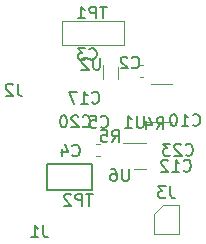
<source format=gbr>
G04 #@! TF.GenerationSoftware,KiCad,Pcbnew,(5.1.5-0-10_14)*
G04 #@! TF.CreationDate,2021-05-03T17:37:28-04:00*
G04 #@! TF.ProjectId,ESLO_RB2,45534c4f-5f52-4423-922e-6b696361645f,rev?*
G04 #@! TF.SameCoordinates,Original*
G04 #@! TF.FileFunction,Legend,Bot*
G04 #@! TF.FilePolarity,Positive*
%FSLAX46Y46*%
G04 Gerber Fmt 4.6, Leading zero omitted, Abs format (unit mm)*
G04 Created by KiCad (PCBNEW (5.1.5-0-10_14)) date 2021-05-03 17:37:28*
%MOMM*%
%LPD*%
G04 APERTURE LIST*
%ADD10C,0.120000*%
%ADD11C,0.150000*%
G04 APERTURE END LIST*
D10*
X222950000Y-92800000D02*
X221650000Y-92800000D01*
X222950000Y-95300000D02*
X222950000Y-92800000D01*
X220850000Y-95300000D02*
X222950000Y-95300000D01*
X220850000Y-93600000D02*
X220850000Y-95300000D01*
X221650000Y-92800000D02*
X220850000Y-93600000D01*
X222400000Y-85810000D02*
X219950000Y-85810000D01*
X220600000Y-82590000D02*
X222400000Y-82590000D01*
X217830000Y-81170000D02*
X217830000Y-82170000D01*
X216570000Y-81010000D02*
X216570000Y-82170000D01*
D11*
X211800000Y-89350000D02*
X211800000Y-91550000D01*
X215600000Y-89350000D02*
X211800000Y-89350000D01*
X215600000Y-91550000D02*
X215600000Y-89350000D01*
X211800000Y-91550000D02*
X215600000Y-91550000D01*
D10*
X218300000Y-79300000D02*
X213100000Y-79300000D01*
X218300000Y-77300000D02*
X218300000Y-79300000D01*
X213100000Y-77300000D02*
X218300000Y-77300000D01*
X213100000Y-79300000D02*
X213100000Y-77300000D01*
X218200000Y-87590000D02*
X220200000Y-87590000D01*
X219200000Y-89810000D02*
X220200000Y-89810000D01*
X216275279Y-88710000D02*
X215949721Y-88710000D01*
X216275279Y-87690000D02*
X215949721Y-87690000D01*
X219962779Y-82010000D02*
X219637221Y-82010000D01*
X219962779Y-80990000D02*
X219637221Y-80990000D01*
D11*
X211483333Y-94572380D02*
X211483333Y-95286666D01*
X211530952Y-95429523D01*
X211626190Y-95524761D01*
X211769047Y-95572380D01*
X211864285Y-95572380D01*
X210483333Y-95572380D02*
X211054761Y-95572380D01*
X210769047Y-95572380D02*
X210769047Y-94572380D01*
X210864285Y-94715238D01*
X210959523Y-94810476D01*
X211054761Y-94858095D01*
X209313333Y-82572380D02*
X209313333Y-83286666D01*
X209360952Y-83429523D01*
X209456190Y-83524761D01*
X209599047Y-83572380D01*
X209694285Y-83572380D01*
X208884761Y-82667619D02*
X208837142Y-82620000D01*
X208741904Y-82572380D01*
X208503809Y-82572380D01*
X208408571Y-82620000D01*
X208360952Y-82667619D01*
X208313333Y-82762857D01*
X208313333Y-82858095D01*
X208360952Y-83000952D01*
X208932380Y-83572380D01*
X208313333Y-83572380D01*
X222233333Y-91252380D02*
X222233333Y-91966666D01*
X222280952Y-92109523D01*
X222376190Y-92204761D01*
X222519047Y-92252380D01*
X222614285Y-92252380D01*
X221852380Y-91252380D02*
X221233333Y-91252380D01*
X221566666Y-91633333D01*
X221423809Y-91633333D01*
X221328571Y-91680952D01*
X221280952Y-91728571D01*
X221233333Y-91823809D01*
X221233333Y-92061904D01*
X221280952Y-92157142D01*
X221328571Y-92204761D01*
X221423809Y-92252380D01*
X221709523Y-92252380D01*
X221804761Y-92204761D01*
X221852380Y-92157142D01*
X219981904Y-85292380D02*
X219981904Y-86101904D01*
X219934285Y-86197142D01*
X219886666Y-86244761D01*
X219791428Y-86292380D01*
X219600952Y-86292380D01*
X219505714Y-86244761D01*
X219458095Y-86197142D01*
X219410476Y-86101904D01*
X219410476Y-85292380D01*
X218410476Y-86292380D02*
X218981904Y-86292380D01*
X218696190Y-86292380D02*
X218696190Y-85292380D01*
X218791428Y-85435238D01*
X218886666Y-85530476D01*
X218981904Y-85578095D01*
X216291904Y-80382380D02*
X216291904Y-81191904D01*
X216244285Y-81287142D01*
X216196666Y-81334761D01*
X216101428Y-81382380D01*
X215910952Y-81382380D01*
X215815714Y-81334761D01*
X215768095Y-81287142D01*
X215720476Y-81191904D01*
X215720476Y-80382380D01*
X215291904Y-80477619D02*
X215244285Y-80430000D01*
X215149047Y-80382380D01*
X214910952Y-80382380D01*
X214815714Y-80430000D01*
X214768095Y-80477619D01*
X214720476Y-80572857D01*
X214720476Y-80668095D01*
X214768095Y-80810952D01*
X215339523Y-81382380D01*
X214720476Y-81382380D01*
X215376666Y-80467142D02*
X215424285Y-80514761D01*
X215567142Y-80562380D01*
X215662380Y-80562380D01*
X215805238Y-80514761D01*
X215900476Y-80419523D01*
X215948095Y-80324285D01*
X215995714Y-80133809D01*
X215995714Y-79990952D01*
X215948095Y-79800476D01*
X215900476Y-79705238D01*
X215805238Y-79610000D01*
X215662380Y-79562380D01*
X215567142Y-79562380D01*
X215424285Y-79610000D01*
X215376666Y-79657619D01*
X215043333Y-79562380D02*
X214424285Y-79562380D01*
X214757619Y-79943333D01*
X214614761Y-79943333D01*
X214519523Y-79990952D01*
X214471904Y-80038571D01*
X214424285Y-80133809D01*
X214424285Y-80371904D01*
X214471904Y-80467142D01*
X214519523Y-80514761D01*
X214614761Y-80562380D01*
X214900476Y-80562380D01*
X214995714Y-80514761D01*
X215043333Y-80467142D01*
X215681904Y-91882380D02*
X215110476Y-91882380D01*
X215396190Y-92882380D02*
X215396190Y-91882380D01*
X214777142Y-92882380D02*
X214777142Y-91882380D01*
X214396190Y-91882380D01*
X214300952Y-91930000D01*
X214253333Y-91977619D01*
X214205714Y-92072857D01*
X214205714Y-92215714D01*
X214253333Y-92310952D01*
X214300952Y-92358571D01*
X214396190Y-92406190D01*
X214777142Y-92406190D01*
X213824761Y-91977619D02*
X213777142Y-91930000D01*
X213681904Y-91882380D01*
X213443809Y-91882380D01*
X213348571Y-91930000D01*
X213300952Y-91977619D01*
X213253333Y-92072857D01*
X213253333Y-92168095D01*
X213300952Y-92310952D01*
X213872380Y-92882380D01*
X213253333Y-92882380D01*
X216841904Y-76032380D02*
X216270476Y-76032380D01*
X216556190Y-77032380D02*
X216556190Y-76032380D01*
X215937142Y-77032380D02*
X215937142Y-76032380D01*
X215556190Y-76032380D01*
X215460952Y-76080000D01*
X215413333Y-76127619D01*
X215365714Y-76222857D01*
X215365714Y-76365714D01*
X215413333Y-76460952D01*
X215460952Y-76508571D01*
X215556190Y-76556190D01*
X215937142Y-76556190D01*
X214413333Y-77032380D02*
X214984761Y-77032380D01*
X214699047Y-77032380D02*
X214699047Y-76032380D01*
X214794285Y-76175238D01*
X214889523Y-76270476D01*
X214984761Y-76318095D01*
X218731904Y-89802380D02*
X218731904Y-90611904D01*
X218684285Y-90707142D01*
X218636666Y-90754761D01*
X218541428Y-90802380D01*
X218350952Y-90802380D01*
X218255714Y-90754761D01*
X218208095Y-90707142D01*
X218160476Y-90611904D01*
X218160476Y-89802380D01*
X217255714Y-89802380D02*
X217446190Y-89802380D01*
X217541428Y-89850000D01*
X217589047Y-89897619D01*
X217684285Y-90040476D01*
X217731904Y-90230952D01*
X217731904Y-90611904D01*
X217684285Y-90707142D01*
X217636666Y-90754761D01*
X217541428Y-90802380D01*
X217350952Y-90802380D01*
X217255714Y-90754761D01*
X217208095Y-90707142D01*
X217160476Y-90611904D01*
X217160476Y-90373809D01*
X217208095Y-90278571D01*
X217255714Y-90230952D01*
X217350952Y-90183333D01*
X217541428Y-90183333D01*
X217636666Y-90230952D01*
X217684285Y-90278571D01*
X217731904Y-90373809D01*
X217286666Y-87492380D02*
X217620000Y-87016190D01*
X217858095Y-87492380D02*
X217858095Y-86492380D01*
X217477142Y-86492380D01*
X217381904Y-86540000D01*
X217334285Y-86587619D01*
X217286666Y-86682857D01*
X217286666Y-86825714D01*
X217334285Y-86920952D01*
X217381904Y-86968571D01*
X217477142Y-87016190D01*
X217858095Y-87016190D01*
X216381904Y-86492380D02*
X216858095Y-86492380D01*
X216905714Y-86968571D01*
X216858095Y-86920952D01*
X216762857Y-86873333D01*
X216524761Y-86873333D01*
X216429523Y-86920952D01*
X216381904Y-86968571D01*
X216334285Y-87063809D01*
X216334285Y-87301904D01*
X216381904Y-87397142D01*
X216429523Y-87444761D01*
X216524761Y-87492380D01*
X216762857Y-87492380D01*
X216858095Y-87444761D01*
X216905714Y-87397142D01*
X221076666Y-86422380D02*
X221410000Y-85946190D01*
X221648095Y-86422380D02*
X221648095Y-85422380D01*
X221267142Y-85422380D01*
X221171904Y-85470000D01*
X221124285Y-85517619D01*
X221076666Y-85612857D01*
X221076666Y-85755714D01*
X221124285Y-85850952D01*
X221171904Y-85898571D01*
X221267142Y-85946190D01*
X221648095Y-85946190D01*
X220219523Y-85755714D02*
X220219523Y-86422380D01*
X220457619Y-85374761D02*
X220695714Y-86089047D01*
X220076666Y-86089047D01*
X223532857Y-88567142D02*
X223580476Y-88614761D01*
X223723333Y-88662380D01*
X223818571Y-88662380D01*
X223961428Y-88614761D01*
X224056666Y-88519523D01*
X224104285Y-88424285D01*
X224151904Y-88233809D01*
X224151904Y-88090952D01*
X224104285Y-87900476D01*
X224056666Y-87805238D01*
X223961428Y-87710000D01*
X223818571Y-87662380D01*
X223723333Y-87662380D01*
X223580476Y-87710000D01*
X223532857Y-87757619D01*
X223151904Y-87757619D02*
X223104285Y-87710000D01*
X223009047Y-87662380D01*
X222770952Y-87662380D01*
X222675714Y-87710000D01*
X222628095Y-87757619D01*
X222580476Y-87852857D01*
X222580476Y-87948095D01*
X222628095Y-88090952D01*
X223199523Y-88662380D01*
X222580476Y-88662380D01*
X222247142Y-87662380D02*
X221628095Y-87662380D01*
X221961428Y-88043333D01*
X221818571Y-88043333D01*
X221723333Y-88090952D01*
X221675714Y-88138571D01*
X221628095Y-88233809D01*
X221628095Y-88471904D01*
X221675714Y-88567142D01*
X221723333Y-88614761D01*
X221818571Y-88662380D01*
X222104285Y-88662380D01*
X222199523Y-88614761D01*
X222247142Y-88567142D01*
X214822857Y-86157142D02*
X214870476Y-86204761D01*
X215013333Y-86252380D01*
X215108571Y-86252380D01*
X215251428Y-86204761D01*
X215346666Y-86109523D01*
X215394285Y-86014285D01*
X215441904Y-85823809D01*
X215441904Y-85680952D01*
X215394285Y-85490476D01*
X215346666Y-85395238D01*
X215251428Y-85300000D01*
X215108571Y-85252380D01*
X215013333Y-85252380D01*
X214870476Y-85300000D01*
X214822857Y-85347619D01*
X214441904Y-85347619D02*
X214394285Y-85300000D01*
X214299047Y-85252380D01*
X214060952Y-85252380D01*
X213965714Y-85300000D01*
X213918095Y-85347619D01*
X213870476Y-85442857D01*
X213870476Y-85538095D01*
X213918095Y-85680952D01*
X214489523Y-86252380D01*
X213870476Y-86252380D01*
X213251428Y-85252380D02*
X213156190Y-85252380D01*
X213060952Y-85300000D01*
X213013333Y-85347619D01*
X212965714Y-85442857D01*
X212918095Y-85633333D01*
X212918095Y-85871428D01*
X212965714Y-86061904D01*
X213013333Y-86157142D01*
X213060952Y-86204761D01*
X213156190Y-86252380D01*
X213251428Y-86252380D01*
X213346666Y-86204761D01*
X213394285Y-86157142D01*
X213441904Y-86061904D01*
X213489523Y-85871428D01*
X213489523Y-85633333D01*
X213441904Y-85442857D01*
X213394285Y-85347619D01*
X213346666Y-85300000D01*
X213251428Y-85252380D01*
X215612857Y-84157142D02*
X215660476Y-84204761D01*
X215803333Y-84252380D01*
X215898571Y-84252380D01*
X216041428Y-84204761D01*
X216136666Y-84109523D01*
X216184285Y-84014285D01*
X216231904Y-83823809D01*
X216231904Y-83680952D01*
X216184285Y-83490476D01*
X216136666Y-83395238D01*
X216041428Y-83300000D01*
X215898571Y-83252380D01*
X215803333Y-83252380D01*
X215660476Y-83300000D01*
X215612857Y-83347619D01*
X214660476Y-84252380D02*
X215231904Y-84252380D01*
X214946190Y-84252380D02*
X214946190Y-83252380D01*
X215041428Y-83395238D01*
X215136666Y-83490476D01*
X215231904Y-83538095D01*
X214327142Y-83252380D02*
X213660476Y-83252380D01*
X214089047Y-84252380D01*
X223372857Y-89907142D02*
X223420476Y-89954761D01*
X223563333Y-90002380D01*
X223658571Y-90002380D01*
X223801428Y-89954761D01*
X223896666Y-89859523D01*
X223944285Y-89764285D01*
X223991904Y-89573809D01*
X223991904Y-89430952D01*
X223944285Y-89240476D01*
X223896666Y-89145238D01*
X223801428Y-89050000D01*
X223658571Y-89002380D01*
X223563333Y-89002380D01*
X223420476Y-89050000D01*
X223372857Y-89097619D01*
X222420476Y-90002380D02*
X222991904Y-90002380D01*
X222706190Y-90002380D02*
X222706190Y-89002380D01*
X222801428Y-89145238D01*
X222896666Y-89240476D01*
X222991904Y-89288095D01*
X222039523Y-89097619D02*
X221991904Y-89050000D01*
X221896666Y-89002380D01*
X221658571Y-89002380D01*
X221563333Y-89050000D01*
X221515714Y-89097619D01*
X221468095Y-89192857D01*
X221468095Y-89288095D01*
X221515714Y-89430952D01*
X222087142Y-90002380D01*
X221468095Y-90002380D01*
X224142857Y-86037142D02*
X224190476Y-86084761D01*
X224333333Y-86132380D01*
X224428571Y-86132380D01*
X224571428Y-86084761D01*
X224666666Y-85989523D01*
X224714285Y-85894285D01*
X224761904Y-85703809D01*
X224761904Y-85560952D01*
X224714285Y-85370476D01*
X224666666Y-85275238D01*
X224571428Y-85180000D01*
X224428571Y-85132380D01*
X224333333Y-85132380D01*
X224190476Y-85180000D01*
X224142857Y-85227619D01*
X223190476Y-86132380D02*
X223761904Y-86132380D01*
X223476190Y-86132380D02*
X223476190Y-85132380D01*
X223571428Y-85275238D01*
X223666666Y-85370476D01*
X223761904Y-85418095D01*
X222571428Y-85132380D02*
X222476190Y-85132380D01*
X222380952Y-85180000D01*
X222333333Y-85227619D01*
X222285714Y-85322857D01*
X222238095Y-85513333D01*
X222238095Y-85751428D01*
X222285714Y-85941904D01*
X222333333Y-86037142D01*
X222380952Y-86084761D01*
X222476190Y-86132380D01*
X222571428Y-86132380D01*
X222666666Y-86084761D01*
X222714285Y-86037142D01*
X222761904Y-85941904D01*
X222809523Y-85751428D01*
X222809523Y-85513333D01*
X222761904Y-85322857D01*
X222714285Y-85227619D01*
X222666666Y-85180000D01*
X222571428Y-85132380D01*
X216366666Y-86197142D02*
X216414285Y-86244761D01*
X216557142Y-86292380D01*
X216652380Y-86292380D01*
X216795238Y-86244761D01*
X216890476Y-86149523D01*
X216938095Y-86054285D01*
X216985714Y-85863809D01*
X216985714Y-85720952D01*
X216938095Y-85530476D01*
X216890476Y-85435238D01*
X216795238Y-85340000D01*
X216652380Y-85292380D01*
X216557142Y-85292380D01*
X216414285Y-85340000D01*
X216366666Y-85387619D01*
X215461904Y-85292380D02*
X215938095Y-85292380D01*
X215985714Y-85768571D01*
X215938095Y-85720952D01*
X215842857Y-85673333D01*
X215604761Y-85673333D01*
X215509523Y-85720952D01*
X215461904Y-85768571D01*
X215414285Y-85863809D01*
X215414285Y-86101904D01*
X215461904Y-86197142D01*
X215509523Y-86244761D01*
X215604761Y-86292380D01*
X215842857Y-86292380D01*
X215938095Y-86244761D01*
X215985714Y-86197142D01*
X213946666Y-88627142D02*
X213994285Y-88674761D01*
X214137142Y-88722380D01*
X214232380Y-88722380D01*
X214375238Y-88674761D01*
X214470476Y-88579523D01*
X214518095Y-88484285D01*
X214565714Y-88293809D01*
X214565714Y-88150952D01*
X214518095Y-87960476D01*
X214470476Y-87865238D01*
X214375238Y-87770000D01*
X214232380Y-87722380D01*
X214137142Y-87722380D01*
X213994285Y-87770000D01*
X213946666Y-87817619D01*
X213089523Y-88055714D02*
X213089523Y-88722380D01*
X213327619Y-87674761D02*
X213565714Y-88389047D01*
X212946666Y-88389047D01*
X218986666Y-81177142D02*
X219034285Y-81224761D01*
X219177142Y-81272380D01*
X219272380Y-81272380D01*
X219415238Y-81224761D01*
X219510476Y-81129523D01*
X219558095Y-81034285D01*
X219605714Y-80843809D01*
X219605714Y-80700952D01*
X219558095Y-80510476D01*
X219510476Y-80415238D01*
X219415238Y-80320000D01*
X219272380Y-80272380D01*
X219177142Y-80272380D01*
X219034285Y-80320000D01*
X218986666Y-80367619D01*
X218605714Y-80367619D02*
X218558095Y-80320000D01*
X218462857Y-80272380D01*
X218224761Y-80272380D01*
X218129523Y-80320000D01*
X218081904Y-80367619D01*
X218034285Y-80462857D01*
X218034285Y-80558095D01*
X218081904Y-80700952D01*
X218653333Y-81272380D01*
X218034285Y-81272380D01*
M02*

</source>
